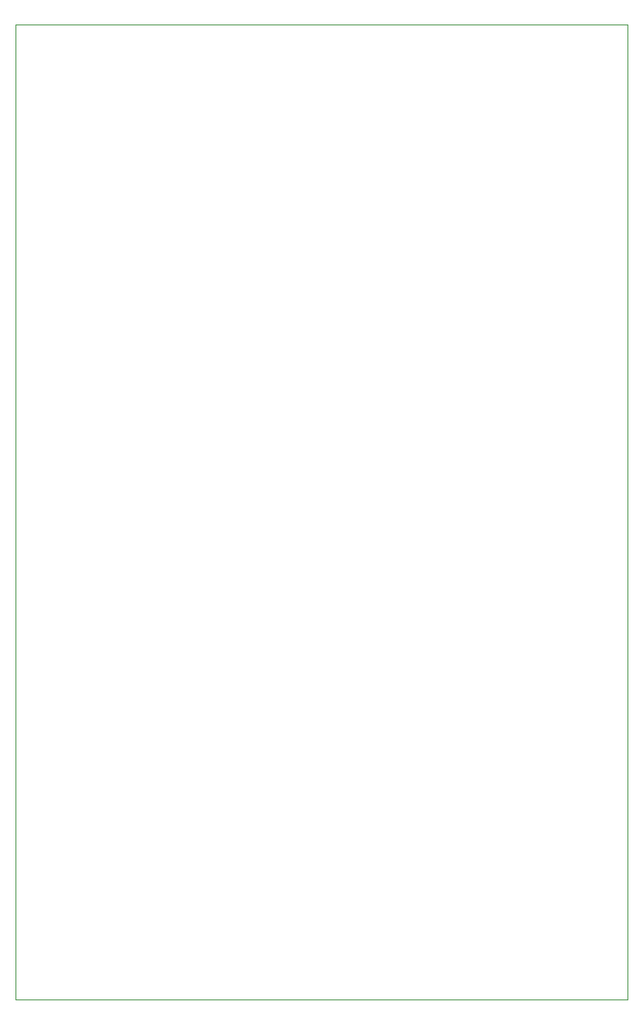
<source format=gbr>
%TF.GenerationSoftware,KiCad,Pcbnew,9.0.3*%
%TF.CreationDate,2025-08-11T15:59:24+01:00*%
%TF.ProjectId,MyZON-X,4d795a4f-4e2d-4582-9e6b-696361645f70,rev?*%
%TF.SameCoordinates,Original*%
%TF.FileFunction,Profile,NP*%
%FSLAX46Y46*%
G04 Gerber Fmt 4.6, Leading zero omitted, Abs format (unit mm)*
G04 Created by KiCad (PCBNEW 9.0.3) date 2025-08-11 15:59:24*
%MOMM*%
%LPD*%
G01*
G04 APERTURE LIST*
%TA.AperFunction,Profile*%
%ADD10C,0.050000*%
%TD*%
G04 APERTURE END LIST*
D10*
X52065000Y-48260000D02*
X115565000Y-48260000D01*
X115565000Y-149225000D01*
X52065000Y-149225000D01*
X52065000Y-48260000D01*
M02*

</source>
